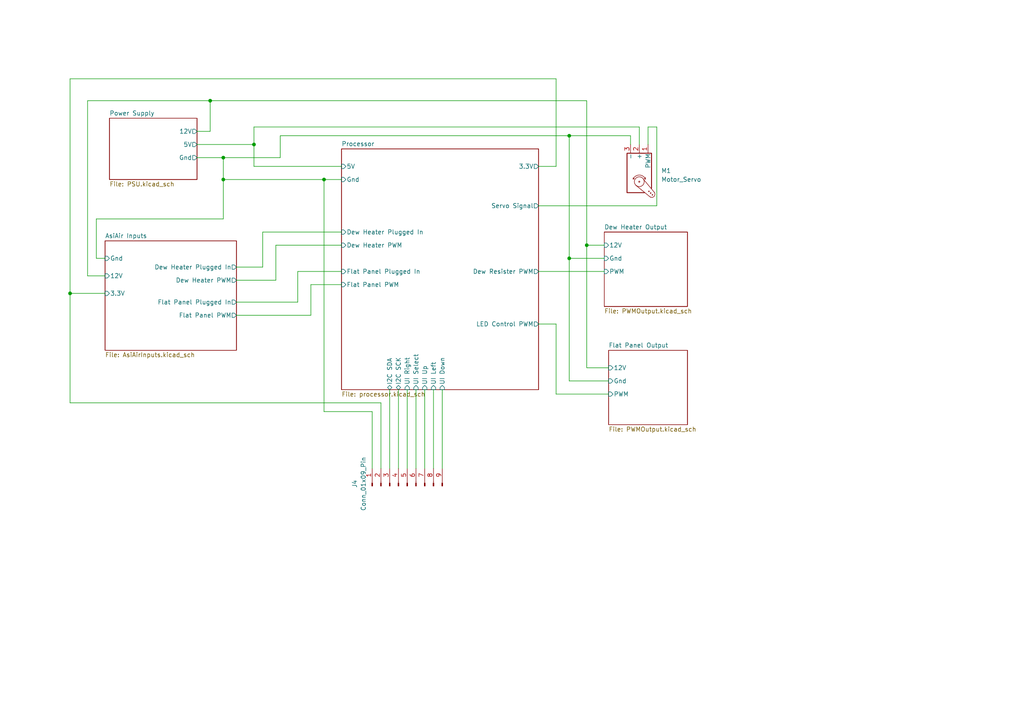
<source format=kicad_sch>
(kicad_sch (version 20250114) (generator "eeschema") (generator_version "9.0")
  (paper "A4")
  (lib_symbols
    (symbol "Connector:Conn_01x09_Pin" (pin_names (offset 1.016) (hide yes))
      (property "Reference" "J" (at 0 12.7 0))
      (property "Value" "Conn_01x09_Pin" (at 0 -12.7 0))
      (symbol "Conn_01x09_Pin_1_1"
        (rectangle (start 0.8636 10.287) (end 0 10.033) (stroke (width 0.1524)) (fill (type outline)))
        (rectangle (start 0.8636 7.747) (end 0 7.493) (stroke (width 0.1524)) (fill (type outline)))
        (rectangle (start 0.8636 5.207) (end 0 4.953) (stroke (width 0.1524)) (fill (type outline)))
        (rectangle (start 0.8636 2.667) (end 0 2.413) (stroke (width 0.1524)) (fill (type outline)))
        (rectangle (start 0.8636 0.127) (end 0 -0.127) (stroke (width 0.1524)) (fill (type outline)))
        (rectangle (start 0.8636 -2.413) (end 0 -2.667) (stroke (width 0.1524)) (fill (type outline)))
        (rectangle (start 0.8636 -4.953) (end 0 -5.207) (stroke (width 0.1524)) (fill (type outline)))
        (rectangle (start 0.8636 -7.493) (end 0 -7.747) (stroke (width 0.1524)) (fill (type outline)))
        (rectangle (start 0.8636 -10.033) (end 0 -10.287) (stroke (width 0.1524)) (fill (type outline)))
        (polyline (pts (xy 1.27 10.16) (xy 0.8636 10.16)) (stroke (width 0.1524)))
        (polyline (pts (xy 1.27 7.62) (xy 0.8636 7.62)) (stroke (width 0.1524)))
        (polyline (pts (xy 1.27 5.08) (xy 0.8636 5.08)) (stroke (width 0.1524)))
        (polyline (pts (xy 1.27 2.54) (xy 0.8636 2.54)) (stroke (width 0.1524)))
        (polyline (pts (xy 1.27 0) (xy 0.8636 0)) (stroke (width 0.1524)))
        (polyline (pts (xy 1.27 -2.54) (xy 0.8636 -2.54)) (stroke (width 0.1524)))
        (polyline (pts (xy 1.27 -5.08) (xy 0.8636 -5.08)) (stroke (width 0.1524)))
        (polyline (pts (xy 1.27 -7.62) (xy 0.8636 -7.62)) (stroke (width 0.1524)))
        (polyline (pts (xy 1.27 -10.16) (xy 0.8636 -10.16)) (stroke (width 0.1524)))
        (pin passive line (at 5.08 10.16 180) (length 3.81) (name "Pin_1") (number "1"))
        (pin passive line (at 5.08 7.62 180) (length 3.81) (name "Pin_2") (number "2"))
        (pin passive line (at 5.08 5.08 180) (length 3.81) (name "Pin_3") (number "3"))
        (pin passive line (at 5.08 2.54 180) (length 3.81) (name "Pin_4") (number "4"))
        (pin passive line (at 5.08 0 180) (length 3.81) (name "Pin_5") (number "5"))
        (pin passive line (at 5.08 -2.54 180) (length 3.81) (name "Pin_6") (number "6"))
        (pin passive line (at 5.08 -5.08 180) (length 3.81) (name "Pin_7") (number "7"))
        (pin passive line (at 5.08 -7.62 180) (length 3.81) (name "Pin_8") (number "8"))
        (pin passive line (at 5.08 -10.16 180) (length 3.81) (name "Pin_9") (number "9"))
      )
    )
    (symbol "Motor:Motor_Servo" (pin_names (offset 0.0254))
      (property "Reference" "M" (at -5.08 4.445 0))
      (property "Value" "Motor_Servo" (at -5.08 -4.064 0))
      (symbol "Motor_Servo_0_1"
        (polyline (pts (xy 2.413 1.778) (xy 1.905 1.778)))
        (polyline (pts (xy 2.413 1.778) (xy 2.286 1.397)))
        (polyline (pts (xy 2.413 -1.778) (xy 2.032 -1.778)))
        (polyline (pts (xy 2.413 -1.778) (xy 2.286 -1.397)))
        (arc (start 2.413 -1.778) (mid 1.2406 0) (end 2.413 1.778))
        (circle (center 3.175 0) (radius 0.1778))
        (circle (center 3.175 0) (radius 1.4224))
        (polyline (pts (xy 5.08 3.556) (xy -5.08 3.556) (xy -5.08 -3.556) (xy 6.35 -3.556) (xy 6.35 1.524)) (stroke (width 0.254)))
        (circle (center 5.969 2.794) (radius 0.127))
        (polyline (pts (xy 6.35 4.445) (xy 2.54 1.27)))
        (circle (center 6.477 3.302) (radius 0.127))
        (arc (start 6.35 4.445) (mid 7.4487 4.2737) (end 7.62 3.175))
        (circle (center 6.985 3.81) (radius 0.127))
        (polyline (pts (xy 7.62 3.175) (xy 4.191 -1.016)))
      )
      (symbol "Motor_Servo_1_1"
        (pin passive line (at -7.62 2.54 0) (length 2.54) (name "PWM") (number "1"))
        (pin passive line (at -7.62 0 0) (length 2.54) (name "+") (number "2"))
        (pin passive line (at -7.62 -2.54 0) (length 2.54) (name "-") (number "3"))
      )
    )
  )
  (junction (at 93.98 52.07))
  (junction (at 165.1 74.93))
  (junction (at 60.96 29.21))
  (junction (at 170.18 71.12))
  (junction (at 20.32 85.09))
  (junction (at 165.1 39.37))
  (junction (at 64.77 45.72))
  (junction (at 64.77 52.07))
  (junction (at 73.66 41.91))
  (wire (pts (xy 68.58 81.28) (xy 80.01 81.28)))
  (wire (pts (xy 165.1 110.49) (xy 165.1 74.93)))
  (wire (pts (xy 161.29 22.86) (xy 20.32 22.86)))
  (wire (pts (xy 64.77 45.72) (xy 57.15 45.72)))
  (wire (pts (xy 73.66 41.91) (xy 73.66 36.83)))
  (wire (pts (xy 64.77 52.07) (xy 64.77 45.72)))
  (wire (pts (xy 161.29 114.3) (xy 161.29 93.98)))
  (wire (pts (xy 80.01 71.12) (xy 99.06 71.12)))
  (wire (pts (xy 165.1 39.37) (xy 81.28 39.37)))
  (wire (pts (xy 175.26 71.12) (xy 170.18 71.12)))
  (wire (pts (xy 165.1 39.37) (xy 165.1 74.93)))
  (wire (pts (xy 156.21 78.74) (xy 175.26 78.74)))
  (wire (pts (xy 125.73 113.03) (xy 125.73 135.89)))
  (wire (pts (xy 81.28 45.72) (xy 64.77 45.72)))
  (wire (pts (xy 86.36 78.74) (xy 99.06 78.74)))
  (wire (pts (xy 93.98 119.38) (xy 93.98 52.07)))
  (wire (pts (xy 60.96 29.21) (xy 60.96 38.1)))
  (wire (pts (xy 110.49 116.84) (xy 20.32 116.84)))
  (wire (pts (xy 185.42 36.83) (xy 185.42 41.91)))
  (wire (pts (xy 76.2 67.31) (xy 99.06 67.31)))
  (wire (pts (xy 190.5 59.69) (xy 190.5 36.83)))
  (wire (pts (xy 93.98 52.07) (xy 99.06 52.07)))
  (wire (pts (xy 68.58 91.44) (xy 90.17 91.44)))
  (wire (pts (xy 161.29 93.98) (xy 156.21 93.98)))
  (wire (pts (xy 170.18 29.21) (xy 60.96 29.21)))
  (wire (pts (xy 110.49 135.89) (xy 110.49 116.84)))
  (wire (pts (xy 190.5 36.83) (xy 187.96 36.83)))
  (wire (pts (xy 64.77 63.5) (xy 64.77 52.07)))
  (wire (pts (xy 73.66 48.26) (xy 73.66 41.91)))
  (wire (pts (xy 86.36 87.63) (xy 86.36 78.74)))
  (wire (pts (xy 115.57 113.03) (xy 115.57 135.89)))
  (wire (pts (xy 90.17 82.55) (xy 99.06 82.55)))
  (wire (pts (xy 64.77 52.07) (xy 93.98 52.07)))
  (wire (pts (xy 120.65 113.03) (xy 120.65 135.89)))
  (wire (pts (xy 57.15 41.91) (xy 73.66 41.91)))
  (wire (pts (xy 99.06 48.26) (xy 73.66 48.26)))
  (wire (pts (xy 25.4 80.01) (xy 25.4 29.21)))
  (wire (pts (xy 30.48 80.01) (xy 25.4 80.01)))
  (wire (pts (xy 27.94 74.93) (xy 27.94 63.5)))
  (wire (pts (xy 68.58 77.47) (xy 76.2 77.47)))
  (wire (pts (xy 113.03 113.03) (xy 113.03 135.89)))
  (wire (pts (xy 182.88 39.37) (xy 165.1 39.37)))
  (wire (pts (xy 90.17 91.44) (xy 90.17 82.55)))
  (wire (pts (xy 128.27 113.03) (xy 128.27 135.89)))
  (wire (pts (xy 176.53 114.3) (xy 161.29 114.3)))
  (wire (pts (xy 123.19 113.03) (xy 123.19 135.89)))
  (wire (pts (xy 20.32 116.84) (xy 20.32 85.09)))
  (wire (pts (xy 107.95 135.89) (xy 107.95 119.38)))
  (wire (pts (xy 60.96 38.1) (xy 57.15 38.1)))
  (wire (pts (xy 170.18 71.12) (xy 170.18 29.21)))
  (wire (pts (xy 156.21 48.26) (xy 161.29 48.26)))
  (wire (pts (xy 187.96 36.83) (xy 187.96 41.91)))
  (wire (pts (xy 182.88 41.91) (xy 182.88 39.37)))
  (wire (pts (xy 68.58 87.63) (xy 86.36 87.63)))
  (wire (pts (xy 176.53 106.68) (xy 170.18 106.68)))
  (wire (pts (xy 20.32 85.09) (xy 30.48 85.09)))
  (wire (pts (xy 80.01 81.28) (xy 80.01 71.12)))
  (wire (pts (xy 118.11 113.03) (xy 118.11 135.89)))
  (wire (pts (xy 156.21 59.69) (xy 190.5 59.69)))
  (wire (pts (xy 176.53 110.49) (xy 165.1 110.49)))
  (wire (pts (xy 27.94 63.5) (xy 64.77 63.5)))
  (wire (pts (xy 161.29 48.26) (xy 161.29 22.86)))
  (wire (pts (xy 175.26 74.93) (xy 165.1 74.93)))
  (wire (pts (xy 73.66 36.83) (xy 185.42 36.83)))
  (wire (pts (xy 81.28 39.37) (xy 81.28 45.72)))
  (wire (pts (xy 107.95 119.38) (xy 93.98 119.38)))
  (wire (pts (xy 30.48 74.93) (xy 27.94 74.93)))
  (wire (pts (xy 76.2 77.47) (xy 76.2 67.31)))
  (wire (pts (xy 20.32 22.86) (xy 20.32 85.09)))
  (wire (pts (xy 170.18 106.68) (xy 170.18 71.12)))
  (wire (pts (xy 25.4 29.21) (xy 60.96 29.21)))
  (symbol (lib_id "Connector:Conn_01x09_Pin") (at 118.11 140.97 90) (unit 1)
    (property "Reference" "J4" (at 102.87 140.335 0))
    (property "Value" "Conn_01x09_Pin" (at 105.41 140.335 0))
    (property "Footprint" "Connector_PinHeader_2.54mm:PinHeader_2x05_P2.54mm_Horizontal" (effects (hide yes)))
    (property "Description" "Generic connector, single row, 01x09, script generated" (effects (hide yes)))
  )
  (symbol (lib_id "Motor:Motor_Servo") (at 185.42 49.53 270) (unit 1)
    (property "Reference" "M1" (at 191.77 49.516 90) (effects (justify left)))
    (property "Value" "Motor_Servo" (at 191.77 52.056 90) (effects (justify left)))
    (property "Footprint" "Connector_PinHeader_2.54mm:PinHeader_1x03_P2.54mm_Vertical" (effects (hide yes)))
    (property "Datasheet" "http://forums.parallax.com/uploads/attachments/46831/74481.png" (effects (hide yes)))
    (property "Description" "Servo Motor (Futaba, HiTec, JR connector)" (effects (hide yes)))
  )
  (sheet (at 176.53 101.6) (size 22.86 21.59) (stroke (width 0.1524))
    (property "Sheetname" "Flat Panel Output" (at 176.53 100.8884 0) (effects (justify left bottom)))
    (property "Sheetfile" "PWMOutput.kicad_sch" (at 176.53 123.7746 0) (effects (justify left top)))
    (pin "12V" input (at 176.53 106.68 180))
    (pin "Gnd" input (at 176.53 110.49 180))
    (pin "PWM" input (at 176.53 114.3 180))
  )
  (sheet (at 175.26 67.31) (size 24.13 21.59) (stroke (width 0.1524))
    (property "Sheetname" "Dew Heater Output" (at 175.26 66.5984 0) (effects (justify left bottom)))
    (property "Sheetfile" "PWMOutput.kicad_sch" (at 175.26 89.4846 0) (effects (justify left top)))
    (pin "12V" input (at 175.26 71.12 180))
    (pin "Gnd" input (at 175.26 74.93 180))
    (pin "PWM" input (at 175.26 78.74 180))
  )
  (sheet (at 99.06 43.18) (size 57.15 69.85) (stroke (width 0.1524))
    (property "Sheetname" "Processor" (at 99.06 42.4684 0) (effects (justify left bottom)))
    (property "Sheetfile" "processor.kicad_sch" (at 99.06 113.6146 0) (effects (justify left top)))
    (pin "3.3V" output (at 156.21 48.26 0))
    (pin "Dew Resister PWM" output (at 156.21 78.74 0))
    (pin "Flat Panel Plugged In" input (at 99.06 78.74 180))
    (pin "UI Up" input (at 123.19 113.03 270))
    (pin "Dew Heater Plugged In" input (at 99.06 67.31 180))
    (pin "I2C SDA" bidirectional (at 113.03 113.03 270))
    (pin "5V" input (at 99.06 48.26 180))
    (pin "UI Select" input (at 120.65 113.03 270))
    (pin "Gnd" input (at 99.06 52.07 180))
    (pin "I2C SCK" bidirectional (at 115.57 113.03 270))
    (pin "Dew Heater PWM" input (at 99.06 71.12 180))
    (pin "UI Right" input (at 118.11 113.03 270))
    (pin "UI Left" input (at 125.73 113.03 270))
    (pin "UI Down" input (at 128.27 113.03 270))
    (pin "LED Control PWM" output (at 156.21 93.98 0))
    (pin "Servo Signal" output (at 156.21 59.69 0))
    (pin "Flat Panel PWM" input (at 99.06 82.55 180))
  )
  (sheet (at 31.75 34.29) (size 25.4 17.78) (stroke (width 0.1524))
    (property "Sheetname" "Power Supply" (at 31.75 33.5784 0) (effects (justify left bottom)))
    (property "Sheetfile" "PSU.kicad_sch" (at 31.75 52.6546 0) (effects (justify left top)))
    (pin "Gnd" output (at 57.15 45.72 0))
    (pin "12V" output (at 57.15 38.1 0))
    (pin "5V" output (at 57.15 41.91 0))
  )
  (sheet (at 30.48 69.85) (size 38.1 31.75) (stroke (width 0.1524))
    (property "Sheetname" "AsiAir Inputs" (at 30.48 69.1384 0) (effects (justify left bottom)))
    (property "Sheetfile" "AsiAirInputs.kicad_sch" (at 30.48 102.1846 0) (effects (justify left top)))
    (pin "Gnd" input (at 30.48 74.93 180))
    (pin "12V" input (at 30.48 80.01 180))
    (pin "Flat Panel Plugged In" output (at 68.58 87.63 0))
    (pin "3.3V" input (at 30.48 85.09 180))
    (pin "Dew Heater PWM" output (at 68.58 81.28 0))
    (pin "Flat Panel PWM" output (at 68.58 91.44 0))
    (pin "Dew Heater Plugged In" output (at 68.58 77.47 0))
  )
)
</source>
